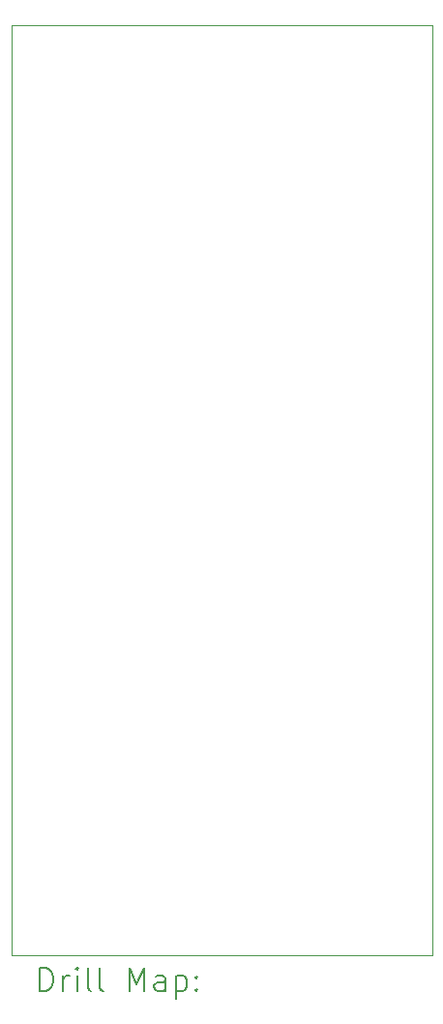
<source format=gbr>
%TF.GenerationSoftware,KiCad,Pcbnew,(6.0.10)*%
%TF.CreationDate,2022-12-23T07:28:06+11:00*%
%TF.ProjectId,bbc1770,62626331-3737-4302-9e6b-696361645f70,rev?*%
%TF.SameCoordinates,Original*%
%TF.FileFunction,Drillmap*%
%TF.FilePolarity,Positive*%
%FSLAX45Y45*%
G04 Gerber Fmt 4.5, Leading zero omitted, Abs format (unit mm)*
G04 Created by KiCad (PCBNEW (6.0.10)) date 2022-12-23 07:28:06*
%MOMM*%
%LPD*%
G01*
G04 APERTURE LIST*
%ADD10C,0.100000*%
%ADD11C,0.200000*%
G04 APERTURE END LIST*
D10*
X1778000Y-1270000D02*
X5334000Y-1270000D01*
X1778000Y-9398000D02*
X1778000Y-1270000D01*
X5461000Y-9398000D02*
X1778000Y-9398000D01*
X5461000Y-1270000D02*
X5461000Y-9398000D01*
X5461000Y-1270000D02*
X5334000Y-1270000D01*
D11*
X2030619Y-9713476D02*
X2030619Y-9513476D01*
X2078238Y-9513476D01*
X2106810Y-9523000D01*
X2125857Y-9542048D01*
X2135381Y-9561095D01*
X2144905Y-9599190D01*
X2144905Y-9627762D01*
X2135381Y-9665857D01*
X2125857Y-9684905D01*
X2106810Y-9703952D01*
X2078238Y-9713476D01*
X2030619Y-9713476D01*
X2230619Y-9713476D02*
X2230619Y-9580143D01*
X2230619Y-9618238D02*
X2240143Y-9599190D01*
X2249667Y-9589667D01*
X2268714Y-9580143D01*
X2287762Y-9580143D01*
X2354429Y-9713476D02*
X2354429Y-9580143D01*
X2354429Y-9513476D02*
X2344905Y-9523000D01*
X2354429Y-9532524D01*
X2363952Y-9523000D01*
X2354429Y-9513476D01*
X2354429Y-9532524D01*
X2478238Y-9713476D02*
X2459190Y-9703952D01*
X2449667Y-9684905D01*
X2449667Y-9513476D01*
X2583000Y-9713476D02*
X2563952Y-9703952D01*
X2554429Y-9684905D01*
X2554429Y-9513476D01*
X2811571Y-9713476D02*
X2811571Y-9513476D01*
X2878238Y-9656333D01*
X2944905Y-9513476D01*
X2944905Y-9713476D01*
X3125857Y-9713476D02*
X3125857Y-9608714D01*
X3116333Y-9589667D01*
X3097286Y-9580143D01*
X3059190Y-9580143D01*
X3040143Y-9589667D01*
X3125857Y-9703952D02*
X3106809Y-9713476D01*
X3059190Y-9713476D01*
X3040143Y-9703952D01*
X3030619Y-9684905D01*
X3030619Y-9665857D01*
X3040143Y-9646810D01*
X3059190Y-9637286D01*
X3106809Y-9637286D01*
X3125857Y-9627762D01*
X3221095Y-9580143D02*
X3221095Y-9780143D01*
X3221095Y-9589667D02*
X3240143Y-9580143D01*
X3278238Y-9580143D01*
X3297286Y-9589667D01*
X3306809Y-9599190D01*
X3316333Y-9618238D01*
X3316333Y-9675381D01*
X3306809Y-9694429D01*
X3297286Y-9703952D01*
X3278238Y-9713476D01*
X3240143Y-9713476D01*
X3221095Y-9703952D01*
X3402048Y-9694429D02*
X3411571Y-9703952D01*
X3402048Y-9713476D01*
X3392524Y-9703952D01*
X3402048Y-9694429D01*
X3402048Y-9713476D01*
X3402048Y-9589667D02*
X3411571Y-9599190D01*
X3402048Y-9608714D01*
X3392524Y-9599190D01*
X3402048Y-9589667D01*
X3402048Y-9608714D01*
M02*

</source>
